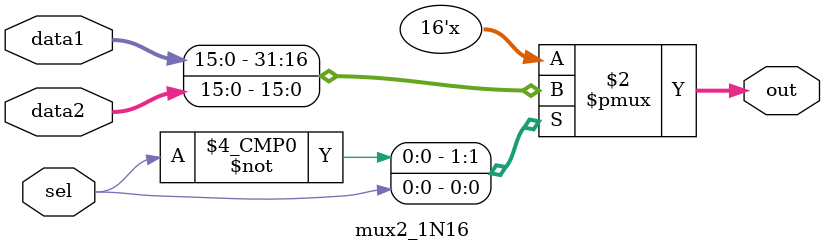
<source format=v>
module mux2_1N16(input [15:0]data1, input [15:0]data2, input sel, output reg [15:0]out);

always @(*)begin
	case(sel)
		1'b0 : out = data1;
		1'b1 : out = data2;
	endcase
end

endmodule

</source>
